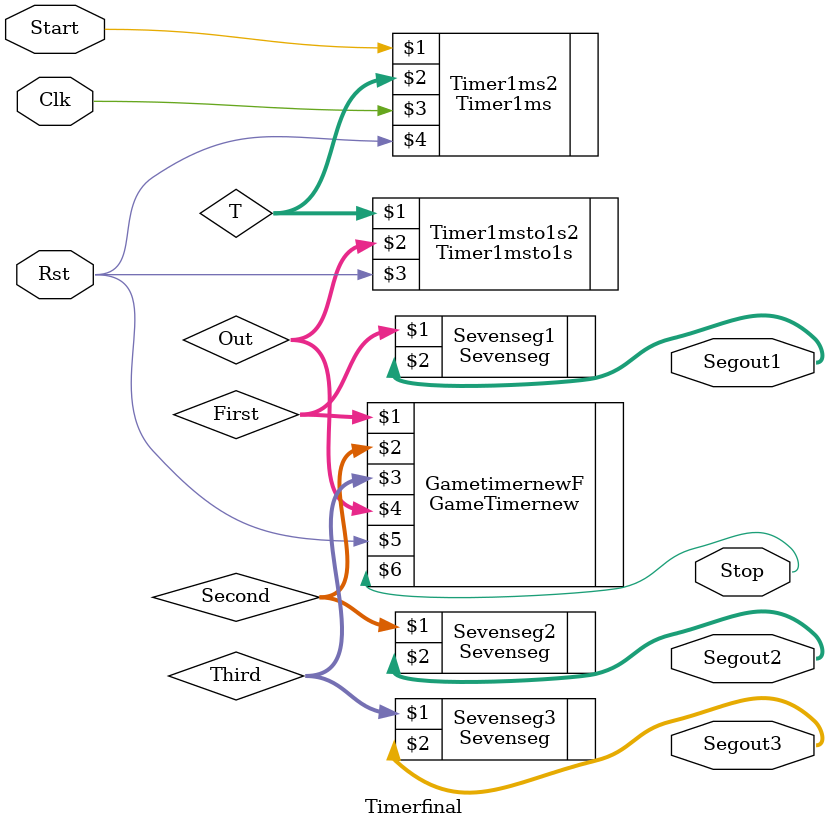
<source format=v>
module Timerfinal(Start,Segout1,Segout2,Segout3,Clk,Rst,Stop);
input Start,Clk,Rst;
output [6:0]Segout1,Segout2,Segout3;
output Stop;
wire [10:0]Out;
wire [20:0]T;
wire [3:0]First,Second,Third;
GameTimernew GametimernewF(First,Second,Third,Out,Rst,Stop);
Timer1ms Timer1ms2(Start,T,Clk,Rst);
Timer1msto1s Timer1msto1s2(T,Out,Rst);
Sevenseg Sevenseg1(First,Segout1);
Sevenseg Sevenseg2(Second,Segout2);
Sevenseg Sevenseg3(Third,Segout3);
endmodule

</source>
